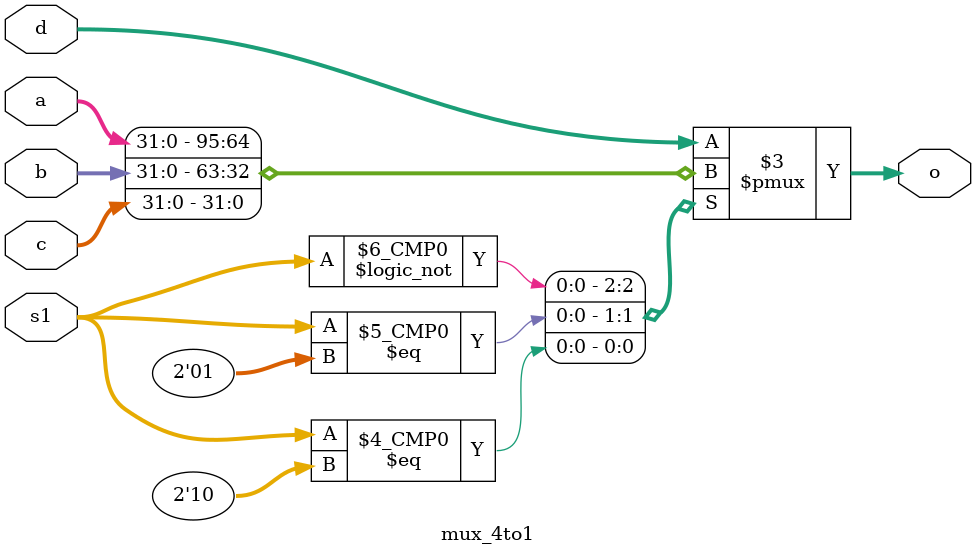
<source format=v>
module mux_4to1(a,b,c,d,s1,o);
input [31:0] a,b,c,d;
input [1:0] s1;
output reg [31:0]o;
always @(a or b or c or d or s1)
begin
    case(s1)
    2'b00 : o = a;
    2'b01 : o = b;
    2'b10 : o = c;
    default : o = d;
    endcase 
end
endmodule
</source>
